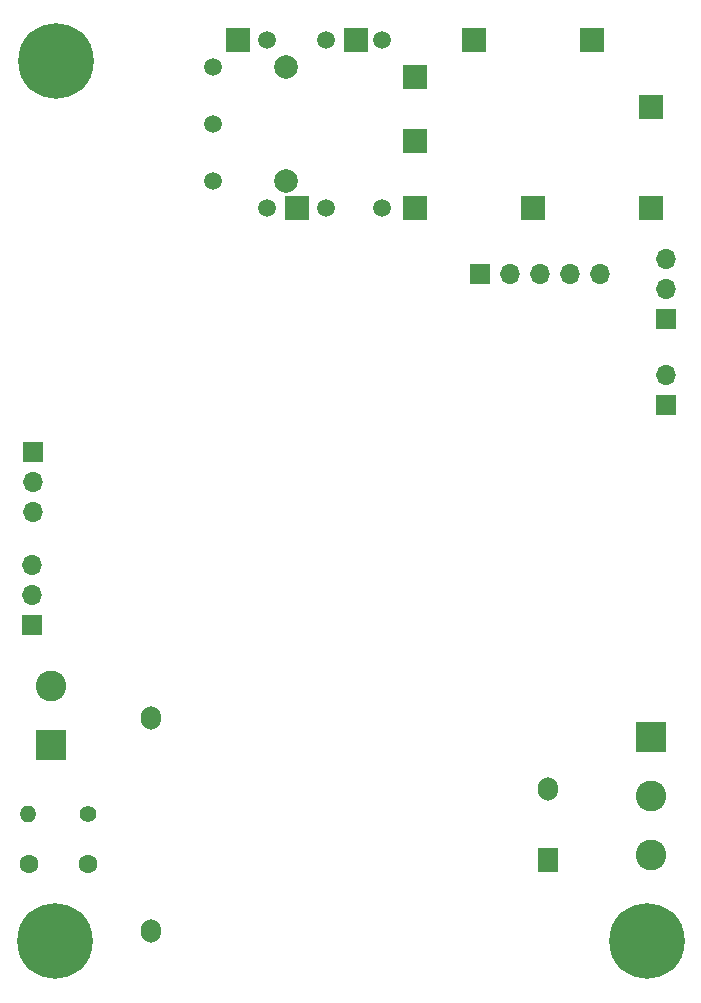
<source format=gbr>
%TF.GenerationSoftware,KiCad,Pcbnew,8.0.4*%
%TF.CreationDate,2025-11-09T23:28:19-03:00*%
%TF.ProjectId,sfp_moduloIC,7366705f-6d6f-4647-956c-6f49432e6b69,v2.0*%
%TF.SameCoordinates,Original*%
%TF.FileFunction,Soldermask,Bot*%
%TF.FilePolarity,Negative*%
%FSLAX46Y46*%
G04 Gerber Fmt 4.6, Leading zero omitted, Abs format (unit mm)*
G04 Created by KiCad (PCBNEW 8.0.4) date 2025-11-09 23:28:19*
%MOMM*%
%LPD*%
G01*
G04 APERTURE LIST*
%ADD10R,2.600000X2.600000*%
%ADD11C,2.600000*%
%ADD12C,1.600000*%
%ADD13C,1.400000*%
%ADD14O,1.400000X1.400000*%
%ADD15C,6.400000*%
%ADD16R,1.700000X1.700000*%
%ADD17O,1.700000X1.700000*%
%ADD18C,2.000000*%
%ADD19R,2.000000X2.000000*%
%ADD20C,1.500000*%
%ADD21R,1.700000X2.000000*%
%ADD22O,1.700000X2.000000*%
G04 APERTURE END LIST*
D10*
%TO.C,J8*%
X119910536Y-113816266D03*
D11*
X119910536Y-108816266D03*
%TD*%
D12*
%TO.C,C11*%
X123019536Y-123938266D03*
X118019536Y-123938266D03*
%TD*%
D13*
%TO.C,RV1*%
X123059536Y-119688266D03*
D14*
X117979536Y-119688266D03*
%TD*%
D15*
%TO.C,H1*%
X120355536Y-55941266D03*
%TD*%
D16*
%TO.C,J1*%
X156210001Y-73940000D03*
D17*
X158750001Y-73940000D03*
X161290001Y-73940000D03*
X163830001Y-73940000D03*
X166370001Y-73940000D03*
%TD*%
D16*
%TO.C,J4*%
X171990001Y-77775000D03*
D17*
X171990001Y-75235000D03*
X171990001Y-72695000D03*
%TD*%
D18*
%TO.C,J6*%
X139815001Y-66070000D03*
X139815001Y-56470000D03*
D19*
X170715001Y-68395000D03*
X170715001Y-59820000D03*
X165715001Y-54145000D03*
X160715001Y-68395000D03*
X155715001Y-54145000D03*
X150715001Y-68395000D03*
X150715001Y-62720000D03*
X150715001Y-57320000D03*
D20*
X147915001Y-68395000D03*
X147915001Y-54145000D03*
D19*
X145715001Y-54145000D03*
D20*
X143215001Y-68395000D03*
X143215001Y-54145000D03*
D19*
X140715001Y-68395000D03*
D20*
X138215001Y-68395000D03*
X138215001Y-54145000D03*
D19*
X135715001Y-54145000D03*
D20*
X133615001Y-66070000D03*
X133615001Y-61270000D03*
X133615001Y-56470000D03*
%TD*%
D16*
%TO.C,J3*%
X118305536Y-103696266D03*
D17*
X118305536Y-101156266D03*
X118305536Y-98616266D03*
%TD*%
D16*
%TO.C,J2*%
X118350001Y-89026266D03*
D17*
X118350001Y-91566266D03*
X118350001Y-94106266D03*
%TD*%
D15*
%TO.C,H2*%
X170370001Y-130455732D03*
%TD*%
D16*
%TO.C,J5*%
X172010001Y-85035000D03*
D17*
X172010001Y-82495000D03*
%TD*%
D15*
%TO.C,H3*%
X120200000Y-130445731D03*
%TD*%
D21*
%TO.C,PS1*%
X161963036Y-123573766D03*
D22*
X161963036Y-117573766D03*
X128363036Y-129573766D03*
X128363036Y-111573766D03*
%TD*%
D10*
%TO.C,J7*%
X170700536Y-113161600D03*
D11*
X170700536Y-118161600D03*
X170700536Y-123161600D03*
%TD*%
M02*

</source>
